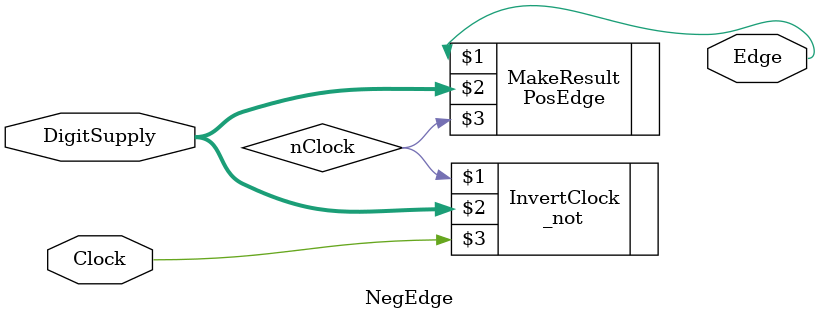
<source format=v>
module NegEdge(
    output Edge,

    input [1:0] DigitSupply,
    input Clock
    );

    reg Edge;
    tri Clock;

    tri nClock;

   

    _not InvertClock(nClock, DigitSupply, Clock);

 

    PosEdge MakeResult(Edge, DigitSupply, nClock);

 

endmodule

</source>
